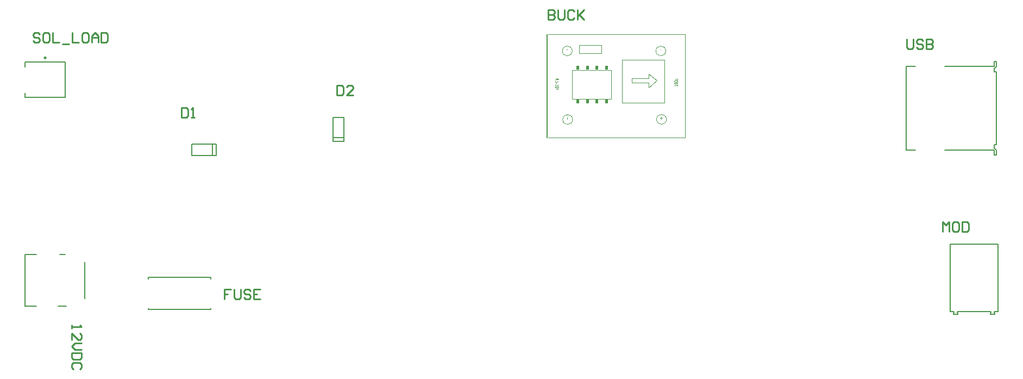
<source format=gto>
G04*
G04 #@! TF.GenerationSoftware,Altium Limited,Altium Designer,24.6.1 (21)*
G04*
G04 Layer_Color=65535*
%FSLAX44Y44*%
%MOMM*%
G71*
G04*
G04 #@! TF.SameCoordinates,958CD009-C92F-408B-8D77-DDB794054E94*
G04*
G04*
G04 #@! TF.FilePolarity,Positive*
G04*
G01*
G75*
%ADD10C,0.1200*%
%ADD11C,0.2000*%
%ADD12C,0.2500*%
%ADD13C,0.1270*%
%ADD14C,0.2540*%
G36*
X1119378Y588518D02*
X1115314D01*
Y594614D01*
X1119378D01*
Y588518D01*
D02*
G37*
G36*
X1134110D02*
X1130046D01*
Y594614D01*
X1134110D01*
Y588518D01*
D02*
G37*
G36*
X1148842D02*
X1144778D01*
Y594614D01*
X1148842D01*
Y588518D01*
D02*
G37*
G36*
X1164082D02*
X1160018D01*
Y594614D01*
X1164082D01*
Y588518D01*
D02*
G37*
G36*
X1119378Y640334D02*
X1115314D01*
Y646430D01*
X1119378D01*
Y640334D01*
D02*
G37*
G36*
X1134110D02*
X1130046D01*
Y646430D01*
X1134110D01*
Y640334D01*
D02*
G37*
G36*
X1148842D02*
X1144778D01*
Y646430D01*
X1148842D01*
Y640334D01*
D02*
G37*
G36*
X1164082D02*
X1160018D01*
Y646430D01*
X1164082D01*
Y640334D01*
D02*
G37*
G36*
X1101585Y671473D02*
X1100087D01*
Y672162D01*
X1101585D01*
Y671473D01*
D02*
G37*
G36*
X1101689Y564805D02*
X1103300D01*
Y564115D01*
X1101689D01*
Y562505D01*
X1100999D01*
Y564115D01*
X1099388D01*
Y564805D01*
X1100999D01*
Y566416D01*
X1101689D01*
Y564805D01*
D02*
G37*
G36*
X1247381Y671473D02*
X1245883D01*
Y672162D01*
X1247381D01*
Y671473D01*
D02*
G37*
G36*
X1247993Y565059D02*
X1249604D01*
Y564370D01*
X1247993D01*
Y562759D01*
X1247303D01*
Y564370D01*
X1245692D01*
Y565059D01*
X1247303D01*
Y566670D01*
X1247993D01*
Y565059D01*
D02*
G37*
G36*
X1087579Y625443D02*
Y624780D01*
X1084012D01*
Y624476D01*
X1083508D01*
Y624780D01*
X1081990D01*
Y625490D01*
X1083508D01*
Y626942D01*
X1084145D01*
X1087579Y625443D01*
D02*
G37*
G36*
X1082434Y623852D02*
X1082481Y623839D01*
X1082534Y623826D01*
X1082587Y623806D01*
X1082640Y623773D01*
X1082693Y623726D01*
X1082699Y623720D01*
X1082713Y623700D01*
X1082732Y623673D01*
X1082759Y623634D01*
X1082785Y623587D01*
X1082805Y623534D01*
X1082819Y623474D01*
X1082825Y623408D01*
Y623375D01*
X1082819Y623342D01*
X1082812Y623296D01*
X1082792Y623249D01*
X1082772Y623196D01*
X1082739Y623143D01*
X1082693Y623090D01*
X1082686Y623083D01*
X1082666Y623070D01*
X1082640Y623050D01*
X1082600Y623024D01*
X1082553Y622997D01*
X1082501Y622977D01*
X1082434Y622964D01*
X1082368Y622957D01*
X1082361D01*
X1082335D01*
X1082302Y622964D01*
X1082262Y622971D01*
X1082209Y622990D01*
X1082156Y623010D01*
X1082103Y623044D01*
X1082050Y623090D01*
X1082043Y623097D01*
X1082030Y623116D01*
X1082010Y623143D01*
X1081983Y623176D01*
X1081957Y623223D01*
X1081937Y623282D01*
X1081924Y623342D01*
X1081917Y623408D01*
Y623441D01*
X1081924Y623474D01*
X1081937Y623514D01*
X1081950Y623567D01*
X1081970Y623620D01*
X1082003Y623673D01*
X1082050Y623726D01*
X1082056Y623733D01*
X1082076Y623746D01*
X1082103Y623766D01*
X1082142Y623793D01*
X1082189Y623819D01*
X1082242Y623839D01*
X1082302Y623852D01*
X1082368Y623859D01*
X1082374D01*
X1082401D01*
X1082434Y623852D01*
D02*
G37*
G36*
X1082706Y622241D02*
X1082699Y622235D01*
X1082686Y622195D01*
X1082666Y622135D01*
X1082646Y622056D01*
X1082620Y621970D01*
X1082600Y621877D01*
X1082587Y621784D01*
X1082580Y621698D01*
Y621658D01*
X1082587Y621632D01*
X1082593Y621565D01*
X1082613Y621472D01*
X1082646Y621373D01*
X1082699Y621273D01*
X1082766Y621174D01*
X1082858Y621081D01*
X1082865D01*
X1082872Y621068D01*
X1082912Y621041D01*
X1082978Y621008D01*
X1083064Y620962D01*
X1083170Y620922D01*
X1083309Y620882D01*
X1083462Y620856D01*
X1083634Y620849D01*
X1083641D01*
X1083654D01*
X1083680D01*
X1083714Y620856D01*
X1083753D01*
X1083800Y620863D01*
X1083906Y620882D01*
X1084025Y620909D01*
X1084151Y620955D01*
X1084270Y621015D01*
X1084377Y621095D01*
X1084390Y621108D01*
X1084416Y621141D01*
X1084463Y621194D01*
X1084516Y621267D01*
X1084562Y621366D01*
X1084609Y621479D01*
X1084635Y621612D01*
X1084648Y621764D01*
Y621830D01*
X1084642Y621870D01*
X1084635Y621963D01*
X1084629Y622009D01*
X1084615Y622049D01*
X1087519D01*
Y620299D01*
X1086869D01*
Y621353D01*
X1085238D01*
Y621340D01*
X1085225Y621300D01*
X1085212Y621240D01*
X1085192Y621161D01*
X1085152Y621068D01*
X1085106Y620962D01*
X1085046Y620849D01*
X1084973Y620737D01*
X1084880Y620624D01*
X1084774Y620511D01*
X1084648Y620405D01*
X1084496Y620312D01*
X1084324Y620233D01*
X1084131Y620173D01*
X1084025Y620153D01*
X1083906Y620133D01*
X1083787Y620127D01*
X1083661Y620120D01*
X1083654D01*
X1083627D01*
X1083588D01*
X1083535Y620127D01*
X1083468Y620133D01*
X1083395Y620140D01*
X1083309Y620153D01*
X1083216Y620173D01*
X1083018Y620219D01*
X1082912Y620253D01*
X1082805Y620299D01*
X1082699Y620345D01*
X1082593Y620398D01*
X1082494Y620465D01*
X1082394Y620538D01*
X1082388Y620544D01*
X1082374Y620558D01*
X1082348Y620577D01*
X1082315Y620611D01*
X1082275Y620650D01*
X1082235Y620697D01*
X1082189Y620756D01*
X1082142Y620823D01*
X1082096Y620889D01*
X1082050Y620969D01*
X1081970Y621147D01*
X1081937Y621240D01*
X1081910Y621346D01*
X1081897Y621452D01*
X1081890Y621565D01*
Y621625D01*
X1081897Y621691D01*
X1081910Y621777D01*
X1081924Y621883D01*
X1081950Y621996D01*
X1081990Y622122D01*
X1082036Y622248D01*
X1082706D01*
Y622241D01*
D02*
G37*
G36*
X1084191Y617919D02*
X1083502D01*
Y619417D01*
X1084191D01*
Y617919D01*
D02*
G37*
G36*
X1082103Y617375D02*
X1082123Y617369D01*
X1082156Y617349D01*
X1082202Y617322D01*
X1082262Y617289D01*
X1082328Y617249D01*
X1082408Y617203D01*
X1082494Y617157D01*
X1082593Y617104D01*
X1082699Y617044D01*
X1082812Y616984D01*
X1082931Y616925D01*
X1083196Y616792D01*
X1083475Y616653D01*
X1083773Y616520D01*
X1084085Y616388D01*
X1084403Y616268D01*
X1084721Y616156D01*
X1085033Y616063D01*
X1085338Y615990D01*
X1085484Y615963D01*
X1085630Y615943D01*
X1085769Y615937D01*
X1085901Y615930D01*
X1085908D01*
X1085921D01*
X1085941D01*
X1085968D01*
X1086047Y615943D01*
X1086140Y615957D01*
X1086246Y615977D01*
X1086359Y616016D01*
X1086471Y616063D01*
X1086571Y616129D01*
X1086584Y616136D01*
X1086611Y616162D01*
X1086650Y616209D01*
X1086703Y616268D01*
X1086750Y616341D01*
X1086790Y616434D01*
X1086816Y616540D01*
X1086829Y616653D01*
Y616693D01*
X1086823Y616746D01*
X1086810Y616812D01*
X1086783Y616905D01*
X1086757Y617011D01*
X1086710Y617130D01*
X1086650Y617269D01*
X1087380D01*
Y617263D01*
X1087386Y617249D01*
X1087400Y617230D01*
X1087413Y617196D01*
X1087426Y617157D01*
X1087446Y617117D01*
X1087479Y617011D01*
X1087519Y616885D01*
X1087545Y616752D01*
X1087572Y616613D01*
X1087579Y616467D01*
Y616414D01*
X1087572Y616368D01*
X1087565Y616321D01*
X1087559Y616262D01*
X1087525Y616136D01*
X1087479Y615983D01*
X1087446Y615910D01*
X1087400Y615831D01*
X1087353Y615758D01*
X1087300Y615685D01*
X1087234Y615612D01*
X1087161Y615546D01*
X1087154Y615539D01*
X1087141Y615532D01*
X1087121Y615513D01*
X1087088Y615493D01*
X1087042Y615466D01*
X1086989Y615440D01*
X1086929Y615406D01*
X1086863Y615373D01*
X1086783Y615340D01*
X1086703Y615307D01*
X1086611Y615280D01*
X1086505Y615254D01*
X1086398Y615234D01*
X1086279Y615214D01*
X1086160Y615208D01*
X1086027Y615201D01*
X1086021D01*
X1086001D01*
X1085968D01*
X1085921Y615208D01*
X1085862D01*
X1085789Y615214D01*
X1085716Y615221D01*
X1085623Y615234D01*
X1085530Y615247D01*
X1085424Y615267D01*
X1085311Y615287D01*
X1085192Y615314D01*
X1084940Y615380D01*
X1084668Y615473D01*
X1084662D01*
X1084635Y615486D01*
X1084595Y615499D01*
X1084536Y615526D01*
X1084463Y615552D01*
X1084370Y615592D01*
X1084270Y615632D01*
X1084151Y615685D01*
X1084012Y615745D01*
X1083866Y615811D01*
X1083700Y615884D01*
X1083528Y615970D01*
X1083336Y616056D01*
X1083137Y616156D01*
X1082918Y616262D01*
X1082693Y616381D01*
Y615082D01*
X1081990D01*
Y617382D01*
X1082096D01*
X1082103Y617375D01*
D02*
G37*
G36*
X1083614Y614313D02*
X1083674Y614306D01*
X1083753Y614299D01*
X1083840Y614286D01*
X1083939Y614266D01*
X1084045Y614240D01*
X1084151Y614207D01*
X1084264Y614167D01*
X1084377Y614114D01*
X1084489Y614047D01*
X1084589Y613974D01*
X1084688Y613895D01*
X1084781Y613796D01*
X1084861Y613683D01*
X1084867Y613689D01*
X1084880Y613709D01*
X1084907Y613736D01*
X1084940Y613769D01*
X1084986Y613815D01*
X1085040Y613862D01*
X1085099Y613915D01*
X1085172Y613968D01*
X1085258Y614021D01*
X1085351Y614074D01*
X1085451Y614120D01*
X1085557Y614167D01*
X1085676Y614200D01*
X1085802Y614226D01*
X1085935Y614246D01*
X1086080Y614253D01*
X1086087D01*
X1086114D01*
X1086147D01*
X1086200Y614246D01*
X1086253Y614240D01*
X1086326Y614233D01*
X1086398Y614226D01*
X1086485Y614207D01*
X1086657Y614167D01*
X1086843Y614107D01*
X1086929Y614067D01*
X1087022Y614021D01*
X1087101Y613968D01*
X1087181Y613908D01*
X1087187Y613902D01*
X1087201Y613895D01*
X1087221Y613875D01*
X1087241Y613849D01*
X1087307Y613776D01*
X1087380Y613683D01*
X1087453Y613570D01*
X1087519Y613438D01*
X1087539Y613365D01*
X1087559Y613292D01*
X1087572Y613219D01*
X1087579Y613139D01*
Y613093D01*
X1087572Y613066D01*
X1087565Y613027D01*
X1087559Y612980D01*
X1087525Y612874D01*
X1087479Y612755D01*
X1087446Y612688D01*
X1087406Y612622D01*
X1087360Y612556D01*
X1087300Y612490D01*
X1087241Y612423D01*
X1087168Y612357D01*
X1087161Y612350D01*
X1087148Y612344D01*
X1087128Y612324D01*
X1087095Y612304D01*
X1087055Y612277D01*
X1087002Y612251D01*
X1086949Y612218D01*
X1086882Y612185D01*
X1086810Y612151D01*
X1086723Y612118D01*
X1086637Y612092D01*
X1086538Y612065D01*
X1086432Y612045D01*
X1086326Y612025D01*
X1086206Y612019D01*
X1086080Y612012D01*
X1086074D01*
X1086047D01*
X1086007Y612019D01*
X1085948D01*
X1085881Y612032D01*
X1085808Y612045D01*
X1085722Y612059D01*
X1085630Y612085D01*
X1085537Y612112D01*
X1085437Y612151D01*
X1085338Y612198D01*
X1085232Y612251D01*
X1085132Y612317D01*
X1085040Y612397D01*
X1084947Y612483D01*
X1084861Y612582D01*
X1084854Y612576D01*
X1084841Y612556D01*
X1084814Y612523D01*
X1084781Y612483D01*
X1084741Y612436D01*
X1084688Y612383D01*
X1084622Y612324D01*
X1084542Y612264D01*
X1084456Y612205D01*
X1084363Y612145D01*
X1084257Y612092D01*
X1084138Y612045D01*
X1084005Y612006D01*
X1083866Y611972D01*
X1083714Y611953D01*
X1083548Y611946D01*
X1083541D01*
X1083515D01*
X1083475D01*
X1083422Y611953D01*
X1083362D01*
X1083283Y611966D01*
X1083203Y611972D01*
X1083117Y611986D01*
X1082925Y612025D01*
X1082719Y612085D01*
X1082620Y612125D01*
X1082520Y612165D01*
X1082428Y612218D01*
X1082341Y612277D01*
X1082335Y612284D01*
X1082321Y612291D01*
X1082302Y612310D01*
X1082268Y612337D01*
X1082235Y612370D01*
X1082202Y612410D01*
X1082116Y612509D01*
X1082036Y612629D01*
X1081964Y612775D01*
X1081930Y612861D01*
X1081910Y612947D01*
X1081897Y613040D01*
X1081890Y613139D01*
Y613192D01*
X1081897Y613225D01*
X1081904Y613272D01*
X1081917Y613325D01*
X1081944Y613444D01*
X1081997Y613583D01*
X1082036Y613650D01*
X1082076Y613723D01*
X1082129Y613796D01*
X1082189Y613862D01*
X1082255Y613928D01*
X1082335Y613994D01*
X1082341Y614001D01*
X1082355Y614008D01*
X1082381Y614021D01*
X1082414Y614047D01*
X1082461Y614067D01*
X1082514Y614094D01*
X1082580Y614127D01*
X1082653Y614154D01*
X1082732Y614187D01*
X1082819Y614213D01*
X1082918Y614246D01*
X1083024Y614266D01*
X1083137Y614286D01*
X1083256Y614306D01*
X1083389Y614313D01*
X1083521Y614319D01*
X1083535D01*
X1083561D01*
X1083614Y614313D01*
D02*
G37*
G36*
X1087519Y610806D02*
X1083787Y610282D01*
X1087519Y609771D01*
Y609022D01*
X1081917Y610043D01*
Y610534D01*
X1087519Y611548D01*
Y610806D01*
D02*
G37*
G36*
X1273199Y625776D02*
X1269467Y625252D01*
X1273199Y624742D01*
Y623993D01*
X1267598Y625013D01*
Y625504D01*
X1273199Y626518D01*
Y625776D01*
D02*
G37*
G36*
X1270641Y623615D02*
X1270747Y623608D01*
X1270873Y623601D01*
X1271012Y623588D01*
X1271158Y623575D01*
X1271317Y623555D01*
X1271482Y623528D01*
X1271648Y623495D01*
X1271821Y623456D01*
X1271993Y623416D01*
X1272159Y623363D01*
X1272325Y623303D01*
X1272477Y623237D01*
X1272484Y623230D01*
X1272510Y623217D01*
X1272550Y623197D01*
X1272603Y623164D01*
X1272663Y623124D01*
X1272729Y623078D01*
X1272802Y623018D01*
X1272875Y622952D01*
X1272948Y622879D01*
X1273020Y622799D01*
X1273087Y622706D01*
X1273147Y622607D01*
X1273199Y622508D01*
X1273239Y622388D01*
X1273266Y622269D01*
X1273272Y622143D01*
Y622110D01*
X1273266Y622077D01*
X1273259Y622030D01*
X1273246Y621970D01*
X1273233Y621904D01*
X1273206Y621831D01*
X1273173Y621752D01*
X1273133Y621672D01*
X1273080Y621579D01*
X1273014Y621493D01*
X1272934Y621400D01*
X1272848Y621314D01*
X1272742Y621221D01*
X1272616Y621142D01*
X1272477Y621062D01*
X1272470Y621056D01*
X1272444Y621042D01*
X1272397Y621022D01*
X1272331Y620996D01*
X1272258Y620970D01*
X1272159Y620936D01*
X1272053Y620896D01*
X1271927Y620857D01*
X1271787Y620824D01*
X1271635Y620784D01*
X1271463Y620751D01*
X1271284Y620718D01*
X1271091Y620698D01*
X1270886Y620678D01*
X1270667Y620664D01*
X1270435Y620658D01*
X1270428D01*
X1270422D01*
X1270402D01*
X1270375D01*
X1270309D01*
X1270216Y620664D01*
X1270104Y620671D01*
X1269971Y620678D01*
X1269825Y620691D01*
X1269673Y620711D01*
X1269507Y620737D01*
X1269335Y620764D01*
X1269162Y620797D01*
X1268990Y620837D01*
X1268818Y620890D01*
X1268652Y620950D01*
X1268493Y621016D01*
X1268347Y621089D01*
X1268340Y621095D01*
X1268314Y621109D01*
X1268280Y621135D01*
X1268227Y621162D01*
X1268175Y621208D01*
X1268108Y621255D01*
X1268042Y621314D01*
X1267976Y621381D01*
X1267903Y621453D01*
X1267836Y621533D01*
X1267770Y621619D01*
X1267717Y621712D01*
X1267664Y621811D01*
X1267631Y621917D01*
X1267604Y622030D01*
X1267598Y622143D01*
Y622169D01*
X1267604Y622209D01*
X1267611Y622249D01*
X1267624Y622309D01*
X1267637Y622375D01*
X1267664Y622441D01*
X1267691Y622521D01*
X1267730Y622607D01*
X1267783Y622693D01*
X1267843Y622779D01*
X1267916Y622872D01*
X1268002Y622958D01*
X1268102Y623045D01*
X1268221Y623131D01*
X1268353Y623210D01*
X1268360Y623217D01*
X1268387Y623230D01*
X1268433Y623250D01*
X1268493Y623276D01*
X1268572Y623303D01*
X1268665Y623343D01*
X1268771Y623376D01*
X1268897Y623416D01*
X1269036Y623456D01*
X1269195Y623489D01*
X1269368Y623528D01*
X1269553Y623555D01*
X1269752Y623582D01*
X1269964Y623601D01*
X1270196Y623615D01*
X1270435Y623621D01*
X1270442D01*
X1270448D01*
X1270468D01*
X1270488D01*
X1270554D01*
X1270641Y623615D01*
D02*
G37*
G36*
X1273199Y619219D02*
X1269043D01*
X1269036D01*
X1269010D01*
X1268970Y619213D01*
X1268924D01*
X1268864Y619206D01*
X1268798Y619193D01*
X1268652Y619153D01*
X1268579Y619127D01*
X1268506Y619093D01*
X1268440Y619047D01*
X1268380Y619001D01*
X1268334Y618941D01*
X1268294Y618868D01*
X1268267Y618788D01*
X1268261Y618696D01*
Y618656D01*
X1268274Y618616D01*
X1268287Y618563D01*
X1268307Y618503D01*
X1268340Y618444D01*
X1268387Y618384D01*
X1268453Y618324D01*
X1268459Y618318D01*
X1268493Y618298D01*
X1268532Y618278D01*
X1268599Y618245D01*
X1268678Y618218D01*
X1268771Y618198D01*
X1268884Y618178D01*
X1269010Y618172D01*
X1273199D01*
Y617463D01*
X1269089D01*
X1269083D01*
X1269056D01*
X1269016D01*
X1268970Y617469D01*
X1268910Y617476D01*
X1268837Y617482D01*
X1268758Y617496D01*
X1268678Y617509D01*
X1268499Y617555D01*
X1268314Y617622D01*
X1268221Y617661D01*
X1268135Y617708D01*
X1268048Y617767D01*
X1267976Y617834D01*
X1267969Y617840D01*
X1267962Y617847D01*
X1267942Y617873D01*
X1267916Y617900D01*
X1267889Y617933D01*
X1267856Y617973D01*
X1267790Y618079D01*
X1267717Y618205D01*
X1267657Y618351D01*
X1267631Y618430D01*
X1267611Y618517D01*
X1267604Y618603D01*
X1267598Y618696D01*
Y618749D01*
X1267604Y618782D01*
X1267611Y618828D01*
X1267618Y618881D01*
X1267651Y619007D01*
X1267697Y619146D01*
X1267730Y619219D01*
X1267763Y619292D01*
X1267810Y619365D01*
X1267863Y619438D01*
X1267923Y619511D01*
X1267996Y619577D01*
X1268002Y619584D01*
X1268015Y619591D01*
X1268035Y619610D01*
X1268068Y619630D01*
X1268108Y619657D01*
X1268155Y619690D01*
X1268214Y619723D01*
X1268274Y619750D01*
X1268347Y619783D01*
X1268426Y619816D01*
X1268513Y619849D01*
X1268605Y619876D01*
X1268705Y619896D01*
X1268804Y619915D01*
X1268917Y619922D01*
X1269036Y619929D01*
X1273199D01*
Y619219D01*
D02*
G37*
G36*
Y614526D02*
X1272537D01*
Y615374D01*
X1267671D01*
Y616084D01*
X1272537D01*
Y616932D01*
X1273199D01*
Y614526D01*
D02*
G37*
%LPC*%
G36*
X1084012Y626458D02*
Y625490D01*
X1086219D01*
X1086233Y625510D01*
X1084012Y626458D01*
D02*
G37*
G36*
X1085981Y613524D02*
X1085974D01*
X1085961D01*
X1085941D01*
X1085915D01*
X1085848Y613517D01*
X1085762Y613511D01*
X1085663Y613497D01*
X1085563Y613484D01*
X1085464Y613457D01*
X1085378Y613424D01*
X1085371Y613418D01*
X1085344Y613404D01*
X1085311Y613385D01*
X1085272Y613351D01*
X1085225Y613312D01*
X1085192Y613259D01*
X1085165Y613205D01*
X1085159Y613146D01*
Y613139D01*
X1085165Y613119D01*
X1085172Y613086D01*
X1085185Y613046D01*
X1085212Y613000D01*
X1085252Y612954D01*
X1085305Y612907D01*
X1085378Y612867D01*
X1085391Y612861D01*
X1085417Y612848D01*
X1085464Y612834D01*
X1085537Y612814D01*
X1085623Y612794D01*
X1085722Y612775D01*
X1085842Y612768D01*
X1085974Y612761D01*
X1085987D01*
X1086014D01*
X1086060D01*
X1086120Y612768D01*
X1086186Y612775D01*
X1086266Y612781D01*
X1086432Y612808D01*
X1086597Y612854D01*
X1086677Y612887D01*
X1086743Y612920D01*
X1086803Y612967D01*
X1086849Y613020D01*
X1086876Y613079D01*
X1086889Y613146D01*
Y613159D01*
X1086882Y613179D01*
X1086876Y613205D01*
X1086863Y613232D01*
X1086843Y613265D01*
X1086816Y613298D01*
X1086776Y613331D01*
X1086730Y613371D01*
X1086670Y613404D01*
X1086597Y613438D01*
X1086505Y613464D01*
X1086405Y613491D01*
X1086279Y613511D01*
X1086140Y613517D01*
X1085981Y613524D01*
D02*
G37*
G36*
X1083541Y613590D02*
X1083535D01*
X1083521D01*
X1083502D01*
X1083468D01*
X1083389Y613583D01*
X1083296Y613577D01*
X1083183Y613557D01*
X1083064Y613537D01*
X1082951Y613504D01*
X1082845Y613464D01*
X1082832Y613457D01*
X1082805Y613444D01*
X1082759Y613411D01*
X1082713Y613378D01*
X1082666Y613331D01*
X1082620Y613272D01*
X1082593Y613212D01*
X1082580Y613139D01*
Y613133D01*
X1082587Y613106D01*
X1082593Y613066D01*
X1082613Y613020D01*
X1082646Y612967D01*
X1082686Y612914D01*
X1082752Y612861D01*
X1082839Y612808D01*
X1082852Y612801D01*
X1082885Y612788D01*
X1082945Y612768D01*
X1083024Y612741D01*
X1083124Y612715D01*
X1083250Y612695D01*
X1083389Y612682D01*
X1083541Y612675D01*
X1083555D01*
X1083581D01*
X1083627D01*
X1083687Y612682D01*
X1083760Y612688D01*
X1083833Y612702D01*
X1084005Y612735D01*
X1084091Y612755D01*
X1084178Y612788D01*
X1084257Y612828D01*
X1084324Y612867D01*
X1084383Y612927D01*
X1084430Y612987D01*
X1084456Y613060D01*
X1084469Y613139D01*
Y613159D01*
X1084463Y613179D01*
X1084456Y613212D01*
X1084443Y613245D01*
X1084423Y613278D01*
X1084390Y613325D01*
X1084357Y613365D01*
X1084304Y613404D01*
X1084244Y613444D01*
X1084171Y613484D01*
X1084078Y613517D01*
X1083972Y613550D01*
X1083846Y613570D01*
X1083707Y613583D01*
X1083541Y613590D01*
D02*
G37*
G36*
X1270621Y622879D02*
X1270435D01*
X1270422D01*
X1270389D01*
X1270336D01*
X1270263D01*
X1270176Y622872D01*
X1270070Y622865D01*
X1269958D01*
X1269838Y622852D01*
X1269580Y622832D01*
X1269308Y622799D01*
X1269175Y622773D01*
X1269050Y622753D01*
X1268930Y622720D01*
X1268818Y622687D01*
X1268811D01*
X1268791Y622680D01*
X1268764Y622667D01*
X1268731Y622653D01*
X1268639Y622607D01*
X1268539Y622547D01*
X1268440Y622468D01*
X1268347Y622375D01*
X1268314Y622322D01*
X1268287Y622262D01*
X1268267Y622202D01*
X1268261Y622136D01*
Y622123D01*
X1268267Y622083D01*
X1268294Y622017D01*
X1268307Y621984D01*
X1268334Y621944D01*
X1268360Y621898D01*
X1268400Y621858D01*
X1268446Y621811D01*
X1268499Y621765D01*
X1268566Y621725D01*
X1268645Y621679D01*
X1268731Y621639D01*
X1268831Y621599D01*
X1268837D01*
X1268857Y621593D01*
X1268890Y621579D01*
X1268937Y621566D01*
X1268997Y621553D01*
X1269063Y621533D01*
X1269149Y621520D01*
X1269248Y621500D01*
X1269354Y621480D01*
X1269474Y621460D01*
X1269606Y621447D01*
X1269746Y621433D01*
X1269905Y621420D01*
X1270070Y621407D01*
X1270249Y621400D01*
X1270435D01*
X1270448D01*
X1270481D01*
X1270535D01*
X1270607D01*
X1270694Y621407D01*
X1270793Y621414D01*
X1270906D01*
X1271025Y621427D01*
X1271284Y621447D01*
X1271549Y621487D01*
X1271681Y621507D01*
X1271807Y621533D01*
X1271927Y621566D01*
X1272039Y621599D01*
X1272046D01*
X1272066Y621606D01*
X1272092Y621619D01*
X1272126Y621632D01*
X1272172Y621659D01*
X1272218Y621679D01*
X1272325Y621745D01*
X1272430Y621825D01*
X1272477Y621871D01*
X1272523Y621917D01*
X1272557Y621970D01*
X1272583Y622030D01*
X1272603Y622090D01*
X1272609Y622156D01*
Y622169D01*
X1272603Y622189D01*
Y622216D01*
X1272576Y622276D01*
X1272563Y622315D01*
X1272537Y622355D01*
X1272503Y622395D01*
X1272470Y622441D01*
X1272417Y622488D01*
X1272364Y622527D01*
X1272298Y622574D01*
X1272218Y622614D01*
X1272132Y622653D01*
X1272026Y622693D01*
X1272020D01*
X1272000Y622700D01*
X1271966Y622713D01*
X1271920Y622720D01*
X1271860Y622733D01*
X1271787Y622753D01*
X1271708Y622766D01*
X1271609Y622786D01*
X1271502Y622806D01*
X1271383Y622819D01*
X1271251Y622832D01*
X1271111Y622852D01*
X1270959Y622859D01*
X1270793Y622872D01*
X1270621Y622879D01*
D02*
G37*
%LPD*%
D10*
X1108482Y669671D02*
G03*
X1108482Y669671I-7646J0D01*
G01*
X1108990Y562864D02*
G03*
X1108990Y562864I-7646J0D01*
G01*
X1255294Y563118D02*
G03*
X1255294Y563118I-7646J0D01*
G01*
X1254278Y669671D02*
G03*
X1254278Y669671I-7646J0D01*
G01*
X1070610Y534670D02*
X1283970D01*
Y695960D01*
X1070610D02*
X1283970D01*
X1201674Y626999D02*
X1227963D01*
Y633984D01*
X1240663Y623824D01*
X1227963Y613029D02*
X1240663Y623824D01*
X1227963Y613029D02*
Y620649D01*
X1201674D02*
Y626999D01*
X1119378Y678688D02*
X1153668D01*
Y665988D02*
Y678688D01*
X1119378Y665988D02*
X1153668D01*
X1119378D02*
Y678688D01*
X1185926Y655574D02*
X1252474D01*
X1185926Y589026D02*
X1252474D01*
X1108202Y639826D02*
X1169162D01*
X1108202Y595122D02*
X1169162D01*
X1108202D02*
Y639826D01*
X1185926Y589026D02*
Y655574D01*
X1252474Y589026D02*
Y655574D01*
X1169162Y595122D02*
Y639826D01*
X1201674Y620649D02*
X1227963D01*
D11*
X1769258Y514790D02*
G03*
X1766260Y517890I-2998J100D01*
G01*
Y642890D02*
G03*
X1769258Y645990I0J3000D01*
G01*
X306969Y272600D02*
X319667D01*
X255692D02*
X273652D01*
X255692Y352600D02*
X273652D01*
X310271D02*
X318651D01*
X348691Y341100D02*
X348692Y284100D01*
X255692Y272600D02*
Y352600D01*
X1766260Y523890D02*
X1769260Y523890D01*
X1766260Y507890D02*
X1769260D01*
X1766260D02*
Y514890D01*
X1769258Y514790D02*
X1769260Y507890D01*
X1766260Y517890D02*
Y523890D01*
Y636890D02*
Y642890D01*
Y636890D02*
X1769260D01*
X1769258Y645990D02*
X1769260Y652890D01*
X1766260Y645890D02*
Y652890D01*
X1769260D01*
Y523890D02*
Y636890D01*
X1629260Y514890D02*
X1643720D01*
X1689200D02*
X1766260D01*
X1689200Y645890D02*
X1766260D01*
X1629260D02*
X1643720D01*
X256020Y652540D02*
X318020D01*
Y597140D02*
Y652540D01*
X256020Y597140D02*
X318020D01*
X256020Y645220D02*
Y652540D01*
Y597140D02*
Y604460D01*
X515795Y506795D02*
Y524445D01*
X553545D01*
Y506795D02*
Y524445D01*
X515795Y506795D02*
X553545D01*
X547370D02*
Y524445D01*
X735395Y566245D02*
X753045D01*
Y528495D02*
Y566245D01*
X735395Y528495D02*
X753045D01*
X735395D02*
Y566245D01*
Y534670D02*
X753045D01*
X1697820Y263730D02*
Y368730D01*
X1771820Y263730D02*
Y368730D01*
X1697820D02*
X1771820D01*
X1760270Y259730D02*
X1766770D01*
X1766020Y263730D02*
X1766770Y259730D01*
X1760270D02*
X1761020Y263730D01*
X1766020D02*
X1771820D01*
X1708620D02*
X1709370Y259730D01*
X1702870D02*
X1703620Y263730D01*
X1702870Y259730D02*
X1709370D01*
X1697820Y263730D02*
X1703620D01*
X1708620D02*
X1761020D01*
X447920Y314900D02*
Y317250D01*
Y266950D02*
Y269300D01*
Y266950D02*
X545220D01*
Y314900D02*
Y317250D01*
Y266950D02*
Y269300D01*
X447920Y317250D02*
X545220D01*
D12*
X288270Y659040D02*
G03*
X288270Y659040I-1250J0D01*
G01*
D13*
X1069340Y534670D02*
Y695960D01*
X1628752Y514890D02*
Y645890D01*
D14*
X1685297Y388623D02*
Y403857D01*
X1690375Y398779D01*
X1695453Y403857D01*
Y388623D01*
X1708149Y403857D02*
X1703071D01*
X1700532Y401318D01*
Y391162D01*
X1703071Y388623D01*
X1708149D01*
X1710688Y391162D01*
Y401318D01*
X1708149Y403857D01*
X1715767D02*
Y388623D01*
X1723384D01*
X1725923Y391162D01*
Y401318D01*
X1723384Y403857D01*
X1715767D01*
X1629664Y688335D02*
Y675639D01*
X1632203Y673100D01*
X1637281D01*
X1639821Y675639D01*
Y688335D01*
X1655056Y685796D02*
X1652517Y688335D01*
X1647438D01*
X1644899Y685796D01*
Y683257D01*
X1647438Y680717D01*
X1652517D01*
X1655056Y678178D01*
Y675639D01*
X1652517Y673100D01*
X1647438D01*
X1644899Y675639D01*
X1660134Y688335D02*
Y673100D01*
X1667752D01*
X1670291Y675639D01*
Y678178D01*
X1667752Y680717D01*
X1660134D01*
X1667752D01*
X1670291Y683257D01*
Y685796D01*
X1667752Y688335D01*
X1660134D01*
X278146Y695958D02*
X275606Y698497D01*
X270528D01*
X267989Y695958D01*
Y693419D01*
X270528Y690880D01*
X275606D01*
X278146Y688340D01*
Y685801D01*
X275606Y683262D01*
X270528D01*
X267989Y685801D01*
X290842Y698497D02*
X285763D01*
X283224Y695958D01*
Y685801D01*
X285763Y683262D01*
X290842D01*
X293381Y685801D01*
Y695958D01*
X290842Y698497D01*
X298459D02*
Y683262D01*
X308616D01*
X313694Y680723D02*
X323851D01*
X328929Y698497D02*
Y683262D01*
X339086D01*
X351782Y698497D02*
X346703D01*
X344164Y695958D01*
Y685801D01*
X346703Y683262D01*
X351782D01*
X354321Y685801D01*
Y695958D01*
X351782Y698497D01*
X359399Y683262D02*
Y693419D01*
X364478Y698497D01*
X369556Y693419D01*
Y683262D01*
Y690880D01*
X359399D01*
X374634Y698497D02*
Y683262D01*
X382252D01*
X384791Y685801D01*
Y695958D01*
X382252Y698497D01*
X374634D01*
X328863Y242739D02*
Y237660D01*
Y240200D01*
X344098D01*
X341559Y242739D01*
X328863Y219886D02*
Y230043D01*
X339020Y219886D01*
X341559D01*
X344098Y222425D01*
Y227504D01*
X341559Y230043D01*
X344098Y214808D02*
X333942D01*
X328863Y209729D01*
X333942Y204651D01*
X344098D01*
Y199573D02*
X328863D01*
Y191955D01*
X331403Y189416D01*
X341559D01*
X344098Y191955D01*
Y199573D01*
X341559Y174181D02*
X344098Y176720D01*
Y181798D01*
X341559Y184338D01*
X331403D01*
X328863Y181798D01*
Y176720D01*
X331403Y174181D01*
X576586Y298447D02*
X566429D01*
Y290830D01*
X571507D01*
X566429D01*
Y283213D01*
X581664Y298447D02*
Y285752D01*
X584203Y283213D01*
X589282D01*
X591821Y285752D01*
Y298447D01*
X607056Y295908D02*
X604517Y298447D01*
X599438D01*
X596899Y295908D01*
Y293369D01*
X599438Y290830D01*
X604517D01*
X607056Y288291D01*
Y285752D01*
X604517Y283213D01*
X599438D01*
X596899Y285752D01*
X622291Y298447D02*
X612134D01*
Y283213D01*
X622291D01*
X612134Y290830D02*
X617213D01*
X741684Y615947D02*
Y600713D01*
X749302D01*
X751841Y603252D01*
Y613408D01*
X749302Y615947D01*
X741684D01*
X767076Y600713D02*
X756919D01*
X767076Y610869D01*
Y613408D01*
X764537Y615947D01*
X759458D01*
X756919Y613408D01*
X499113Y581657D02*
Y566423D01*
X506731D01*
X509270Y568962D01*
Y579118D01*
X506731Y581657D01*
X499113D01*
X514348Y566423D02*
X519427D01*
X516888D01*
Y581657D01*
X514348Y579118D01*
X1070619Y734057D02*
Y718822D01*
X1078237D01*
X1080776Y721362D01*
Y723901D01*
X1078237Y726440D01*
X1070619D01*
X1078237D01*
X1080776Y728979D01*
Y731518D01*
X1078237Y734057D01*
X1070619D01*
X1085854D02*
Y721362D01*
X1088393Y718822D01*
X1093472D01*
X1096011Y721362D01*
Y734057D01*
X1111246Y731518D02*
X1108707Y734057D01*
X1103628D01*
X1101089Y731518D01*
Y721362D01*
X1103628Y718822D01*
X1108707D01*
X1111246Y721362D01*
X1116324Y734057D02*
Y718822D01*
Y723901D01*
X1126481Y734057D01*
X1118863Y726440D01*
X1126481Y718822D01*
M02*

</source>
